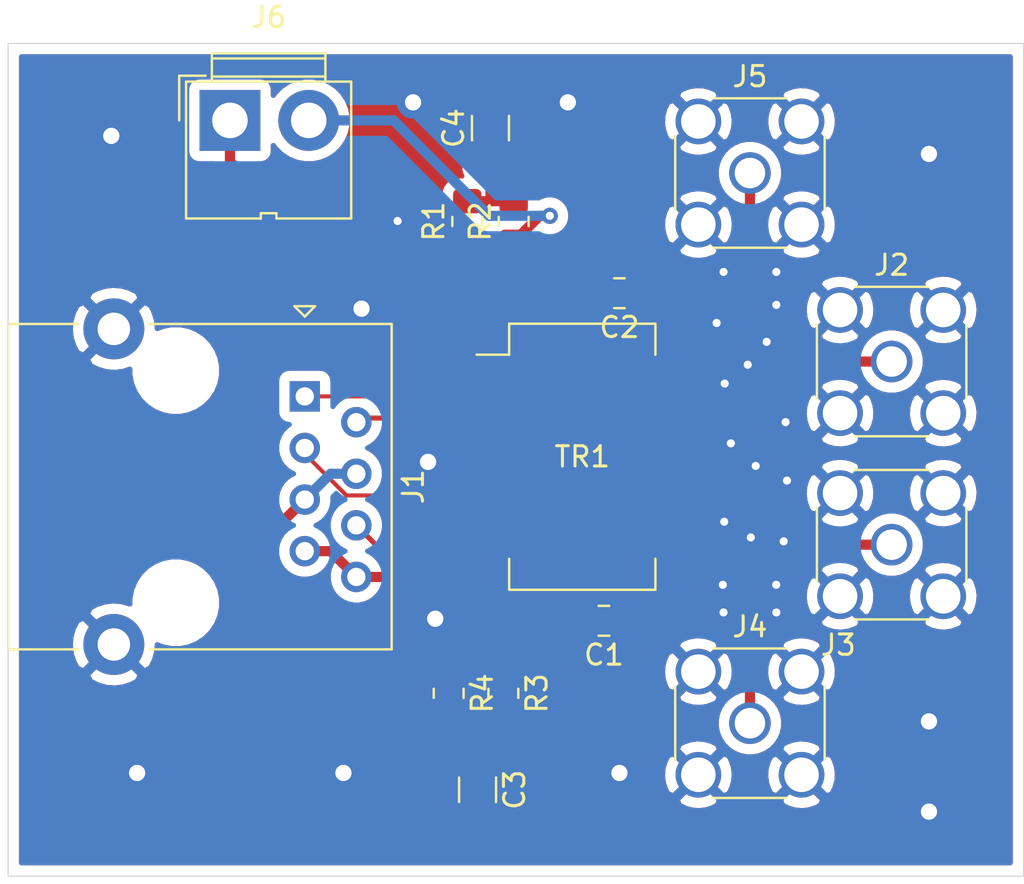
<source format=kicad_pcb>
(kicad_pcb (version 20171130) (host pcbnew "(5.1.12)-1")
  (layers (0 F.Cu signal) (31 B.Cu signal) (34 B.Paste user) (35 F.Paste user) (36 B.SilkS user) (37 F.SilkS user) (38 B.Mask user) (39 F.Mask user) (44 Edge.Cuts user))
  (net 0 "")
  (net 1 "Net-(C1-Pad1)")
  (net 2 GND)
  (net 3 "Net-(C3-Pad1)")
  (net 4 /RXin-)
  (net 5 /RXin+)
  (net 6 "Net-(J1-Pad7)")
  (net 7 "Net-(J1-Pad4)")
  (net 8 /TXin-)
  (net 9 /TXin+)
  (net 10 /TXout-)
  (net 11 /RXout+)
  (net 12 /RXout-)
  (net 13 /TXout+)
  (net 14 "Net-(C4-Pad1)")
  (net 15 "Net-(C2-Pad1)")
  (net 16 "Net-(J6-Pad1)")
  (net 17 "Net-(J6-Pad2)")
  (module Transformer_SMD:Transformer_Ethernet_Bourns_PT61017PEL (layer F.Cu) (at 123.5202 97.0788)
    (fp_text reference TR1 (at 0 0) (layer F.SilkS))
    (fp_text value H1197FNLT)
    (fp_line (start 3.6 6.55) (end 3.6 5.025) (layer F.SilkS) (width 0.12))
    (fp_line (start -3.6 6.55) (end 3.6 6.55) (layer F.SilkS) (width 0.12))
    (fp_line (start -3.6 5.025) (end -3.6 6.55) (layer F.SilkS) (width 0.12))
    (fp_line (start 3.6 -6.55) (end 3.6 -5.025) (layer F.SilkS) (width 0.12))
    (fp_line (start -3.6 -6.55) (end 3.6 -6.55) (layer F.SilkS) (width 0.12))
    (fp_line (start -3.6 -5.025) (end -3.6 -6.55) (layer F.SilkS) (width 0.12))
    (fp_line (start -5.2 -5.025) (end -3.6 -5.025) (layer F.SilkS) (width 0.12))
    (pad 1 smd rect (at -4.4 -4.445) (size 1.7 0.76) (layers F.Cu F.Paste F.Mask) (net 9 /TXin+))
    (pad 2 smd rect (at -4.4 -3.175) (size 1.7 0.76) (layers F.Cu F.Paste F.Mask) (net 16 "Net-(J6-Pad1)"))
    (pad 3 smd rect (at -4.4 -1.905) (size 1.7 0.76) (layers F.Cu F.Paste F.Mask) (net 8 /TXin-))
    (pad 4 smd rect (at -4.4 -0.635) (size 1.7 0.76) (layers F.Cu F.Paste F.Mask))
    (pad 7 smd rect (at -4.4 3.175) (size 1.7 0.76) (layers F.Cu F.Paste F.Mask) (net 17 "Net-(J6-Pad2)"))
    (pad 5 smd rect (at -4.4 0.635) (size 1.7 0.76) (layers F.Cu F.Paste F.Mask))
    (pad 6 smd rect (at -4.4 1.905) (size 1.7 0.76) (layers F.Cu F.Paste F.Mask) (net 5 /RXin+))
    (pad 8 smd rect (at -4.4 4.445) (size 1.7 0.76) (layers F.Cu F.Paste F.Mask) (net 4 /RXin-))
    (pad 14 smd rect (at 4.4 -1.905) (size 1.7 0.76) (layers F.Cu F.Paste F.Mask) (net 10 /TXout-))
    (pad 11 smd rect (at 4.4 1.905) (size 1.7 0.76) (layers F.Cu F.Paste F.Mask) (net 11 /RXout+))
    (pad 9 smd rect (at 4.4 4.445) (size 1.7 0.76) (layers F.Cu F.Paste F.Mask) (net 12 /RXout-))
    (pad 15 smd rect (at 4.4 -3.175) (size 1.7 0.76) (layers F.Cu F.Paste F.Mask) (net 15 "Net-(C2-Pad1)"))
    (pad 10 smd rect (at 4.4 3.175) (size 1.7 0.76) (layers F.Cu F.Paste F.Mask) (net 1 "Net-(C1-Pad1)"))
    (pad 13 smd rect (at 4.4 -0.635) (size 1.7 0.76) (layers F.Cu F.Paste F.Mask))
    (pad 16 smd rect (at 4.4 -4.445) (size 1.7 0.76) (layers F.Cu F.Paste F.Mask) (net 13 /TXout+))
    (pad 12 smd rect (at 4.4 0.635) (size 1.7 0.76) (layers F.Cu F.Paste F.Mask))
  )
  (module Resistor_SMD:R_0805_2012Metric_Pad1.20x1.40mm_HandSolder (layer F.Cu) (at 119.634 108.728 270)
    (fp_text reference R3 (at 0 -1.65 90) (layer F.SilkS))
    (fp_text value 75R)
    (fp_line (start -0.227064 -0.735) (end 0.227064 -0.735) (layer F.SilkS) (width 0.12))
    (fp_line (start -0.227064 0.735) (end 0.227064 0.735) (layer F.SilkS) (width 0.12))
    (pad 1 smd roundrect (at -1 0 270) (size 1.2 1.4) (layers F.Cu F.Paste F.Mask) (roundrect_rratio 0.2083325) (net 6 "Net-(J1-Pad7)"))
    (pad 2 smd roundrect (at 1 0 270) (size 1.2 1.4) (layers F.Cu F.Paste F.Mask) (roundrect_rratio 0.2083325) (net 3 "Net-(C3-Pad1)"))
  )
  (module Resistor_SMD:R_0805_2012Metric_Pad1.20x1.40mm_HandSolder (layer F.Cu) (at 116.9416 108.728 270)
    (fp_text reference R4 (at 0 -1.65 90) (layer F.SilkS))
    (fp_text value 75R)
    (fp_line (start -0.227064 0.735) (end 0.227064 0.735) (layer F.SilkS) (width 0.12))
    (fp_line (start -0.227064 -0.735) (end 0.227064 -0.735) (layer F.SilkS) (width 0.12))
    (pad 2 smd roundrect (at 1 0 270) (size 1.2 1.4) (layers F.Cu F.Paste F.Mask) (roundrect_rratio 0.2083325) (net 3 "Net-(C3-Pad1)"))
    (pad 1 smd roundrect (at -1 0 270) (size 1.2 1.4) (layers F.Cu F.Paste F.Mask) (roundrect_rratio 0.2083325) (net 7 "Net-(J1-Pad4)"))
  )
  (module Connector_Coaxial:SMA_Amphenol_132134_Vertical (layer F.Cu) (at 138.7522 92.3918)
    (fp_text reference J2 (at 0 -4.75) (layer F.SilkS))
    (fp_text value TX-)
    (fp_line (start -3.68 -1.8) (end -3.68 1.8) (layer F.SilkS) (width 0.12))
    (fp_line (start 3.68 -1.8) (end 3.68 1.8) (layer F.SilkS) (width 0.12))
    (fp_line (start -1.8 3.68) (end 1.8 3.68) (layer F.SilkS) (width 0.12))
    (fp_line (start -1.8 -3.68) (end 1.8 -3.68) (layer F.SilkS) (width 0.12))
    (pad 2 thru_hole circle (at -2.54 2.54) (size 2.25 2.25) (drill 1.7) (layers *.Cu *.Mask) (net 2 GND))
    (pad 2 thru_hole circle (at -2.54 -2.54) (size 2.25 2.25) (drill 1.7) (layers *.Cu *.Mask) (net 2 GND))
    (pad 2 thru_hole circle (at 2.54 -2.54) (size 2.25 2.25) (drill 1.7) (layers *.Cu *.Mask) (net 2 GND))
    (pad 2 thru_hole circle (at 2.54 2.54) (size 2.25 2.25) (drill 1.7) (layers *.Cu *.Mask) (net 2 GND))
    (pad 1 thru_hole circle (at 0 0) (size 2.05 2.05) (drill 1.5) (layers *.Cu *.Mask) (net 10 /TXout-))
  )
  (module Resistor_SMD:R_1206_3216Metric_Pad1.42x1.75mm_HandSolder (layer F.Cu) (at 118.364 113.4761 270)
    (fp_text reference C3 (at 0 -1.82 90) (layer F.SilkS))
    (fp_text value "1n / 2000V")
    (fp_line (start -0.602064 0.91) (end 0.602064 0.91) (layer F.SilkS) (width 0.12))
    (fp_line (start -0.602064 -0.91) (end 0.602064 -0.91) (layer F.SilkS) (width 0.12))
    (pad 1 smd roundrect (at -1.4875 0 270) (size 1.425 1.75) (layers F.Cu F.Paste F.Mask) (roundrect_rratio 0.1754385964912281) (net 3 "Net-(C3-Pad1)"))
    (pad 2 smd roundrect (at 1.4875 0 270) (size 1.425 1.75) (layers F.Cu F.Paste F.Mask) (roundrect_rratio 0.1754385964912281) (net 2 GND))
  )
  (module Connector_Coaxial:SMA_Amphenol_132134_Vertical (layer F.Cu) (at 138.7522 101.4088)
    (fp_text reference J3 (at -2.629201 4.941) (layer F.SilkS))
    (fp_text value RX+)
    (fp_line (start -1.8 -3.68) (end 1.8 -3.68) (layer F.SilkS) (width 0.12))
    (fp_line (start -1.8 3.68) (end 1.8 3.68) (layer F.SilkS) (width 0.12))
    (fp_line (start 3.68 -1.8) (end 3.68 1.8) (layer F.SilkS) (width 0.12))
    (fp_line (start -3.68 -1.8) (end -3.68 1.8) (layer F.SilkS) (width 0.12))
    (pad 1 thru_hole circle (at 0 0) (size 2.05 2.05) (drill 1.5) (layers *.Cu *.Mask) (net 11 /RXout+))
    (pad 2 thru_hole circle (at 2.54 2.54) (size 2.25 2.25) (drill 1.7) (layers *.Cu *.Mask) (net 2 GND))
    (pad 2 thru_hole circle (at 2.54 -2.54) (size 2.25 2.25) (drill 1.7) (layers *.Cu *.Mask) (net 2 GND))
    (pad 2 thru_hole circle (at -2.54 -2.54) (size 2.25 2.25) (drill 1.7) (layers *.Cu *.Mask) (net 2 GND))
    (pad 2 thru_hole circle (at -2.54 2.54) (size 2.25 2.25) (drill 1.7) (layers *.Cu *.Mask) (net 2 GND))
  )
  (module Connector_Coaxial:SMA_Amphenol_132134_Vertical (layer F.Cu) (at 131.7752 83.1088)
    (fp_text reference J5 (at 0 -4.75) (layer F.SilkS))
    (fp_text value TX+)
    (fp_line (start -1.8 -3.68) (end 1.8 -3.68) (layer F.SilkS) (width 0.12))
    (fp_line (start -1.8 3.68) (end 1.8 3.68) (layer F.SilkS) (width 0.12))
    (fp_line (start 3.68 -1.8) (end 3.68 1.8) (layer F.SilkS) (width 0.12))
    (fp_line (start -3.68 -1.8) (end -3.68 1.8) (layer F.SilkS) (width 0.12))
    (pad 1 thru_hole circle (at 0 0) (size 2.05 2.05) (drill 1.5) (layers *.Cu *.Mask) (net 13 /TXout+))
    (pad 2 thru_hole circle (at 2.54 2.54) (size 2.25 2.25) (drill 1.7) (layers *.Cu *.Mask) (net 2 GND))
    (pad 2 thru_hole circle (at 2.54 -2.54) (size 2.25 2.25) (drill 1.7) (layers *.Cu *.Mask) (net 2 GND))
    (pad 2 thru_hole circle (at -2.54 -2.54) (size 2.25 2.25) (drill 1.7) (layers *.Cu *.Mask) (net 2 GND))
    (pad 2 thru_hole circle (at -2.54 2.54) (size 2.25 2.25) (drill 1.7) (layers *.Cu *.Mask) (net 2 GND))
  )
  (module Connector_Coaxial:SMA_Amphenol_132134_Vertical (layer F.Cu) (at 131.7752 110.1988)
    (fp_text reference J4 (at 0 -4.75) (layer F.SilkS))
    (fp_text value RX-)
    (fp_line (start -3.68 -1.8) (end -3.68 1.8) (layer F.SilkS) (width 0.12))
    (fp_line (start 3.68 -1.8) (end 3.68 1.8) (layer F.SilkS) (width 0.12))
    (fp_line (start -1.8 3.68) (end 1.8 3.68) (layer F.SilkS) (width 0.12))
    (fp_line (start -1.8 -3.68) (end 1.8 -3.68) (layer F.SilkS) (width 0.12))
    (pad 2 thru_hole circle (at -2.54 2.54) (size 2.25 2.25) (drill 1.7) (layers *.Cu *.Mask) (net 2 GND))
    (pad 2 thru_hole circle (at -2.54 -2.54) (size 2.25 2.25) (drill 1.7) (layers *.Cu *.Mask) (net 2 GND))
    (pad 2 thru_hole circle (at 2.54 -2.54) (size 2.25 2.25) (drill 1.7) (layers *.Cu *.Mask) (net 2 GND))
    (pad 2 thru_hole circle (at 2.54 2.54) (size 2.25 2.25) (drill 1.7) (layers *.Cu *.Mask) (net 2 GND))
    (pad 1 thru_hole circle (at 0 0) (size 2.05 2.05) (drill 1.5) (layers *.Cu *.Mask) (net 12 /RXout-))
  )
  (module Capacitor_SMD:C_0805_2012Metric_Pad1.18x1.45mm_HandSolder (layer F.Cu) (at 124.587 105.156 180)
    (fp_text reference C1 (at 0 -1.68) (layer F.SilkS))
    (fp_text value 10n)
    (fp_line (start -0.261252 -0.735) (end 0.261252 -0.735) (layer F.SilkS) (width 0.12))
    (fp_line (start -0.261252 0.735) (end 0.261252 0.735) (layer F.SilkS) (width 0.12))
    (pad 1 smd roundrect (at -1.0375 0 180) (size 1.175 1.45) (layers F.Cu F.Paste F.Mask) (roundrect_rratio 0.2127659574468085) (net 1 "Net-(C1-Pad1)"))
    (pad 2 smd roundrect (at 1.0375 0 180) (size 1.175 1.45) (layers F.Cu F.Paste F.Mask) (roundrect_rratio 0.2127659574468085) (net 2 GND))
  )
  (module Capacitor_SMD:C_0805_2012Metric_Pad1.18x1.45mm_HandSolder (layer F.Cu) (at 125.349 89.027 180)
    (fp_text reference C2 (at 0 -1.68) (layer F.SilkS))
    (fp_text value 10n)
    (fp_line (start -0.261252 0.735) (end 0.261252 0.735) (layer F.SilkS) (width 0.12))
    (fp_line (start -0.261252 -0.735) (end 0.261252 -0.735) (layer F.SilkS) (width 0.12))
    (pad 2 smd roundrect (at 1.0375 0 180) (size 1.175 1.45) (layers F.Cu F.Paste F.Mask) (roundrect_rratio 0.2127659574468085) (net 2 GND))
    (pad 1 smd roundrect (at -1.0375 0 180) (size 1.175 1.45) (layers F.Cu F.Paste F.Mask) (roundrect_rratio 0.2127659574468085) (net 15 "Net-(C2-Pad1)"))
  )
  (module Resistor_SMD:R_1206_3216Metric_Pad1.42x1.75mm_HandSolder (layer F.Cu) (at 118.999 80.899 90)
    (fp_text reference C4 (at 0 -1.82 90) (layer F.SilkS))
    (fp_text value "1n / 2000V")
    (fp_line (start -0.602064 0.91) (end 0.602064 0.91) (layer F.SilkS) (width 0.12))
    (fp_line (start -0.602064 -0.91) (end 0.602064 -0.91) (layer F.SilkS) (width 0.12))
    (pad 1 smd roundrect (at -1.4875 0 90) (size 1.425 1.75) (layers F.Cu F.Paste F.Mask) (roundrect_rratio 0.1754385964912281) (net 14 "Net-(C4-Pad1)"))
    (pad 2 smd roundrect (at 1.4875 0 90) (size 1.425 1.75) (layers F.Cu F.Paste F.Mask) (roundrect_rratio 0.1754385964912281) (net 2 GND))
  )
  (module Connector_RJ:RJ45_Ninigi_GE (layer F.Cu) (at 109.855 94.107 270)
    (fp_text reference J1 (at 4.445 -5.34 90) (layer F.SilkS))
    (fp_text value RJ45_Shielded)
    (fp_line (start -3.565 11.15) (end -3.565 14.59) (layer F.SilkS) (width 0.12))
    (fp_line (start -4.441 0.508) (end -3.933 0) (layer F.SilkS) (width 0.12))
    (fp_line (start -4.441 -0.508) (end -4.441 0.508) (layer F.SilkS) (width 0.12))
    (fp_line (start -3.933 0) (end -4.441 -0.508) (layer F.SilkS) (width 0.12))
    (fp_line (start 12.455 11.15) (end 12.455 14.59) (layer F.SilkS) (width 0.12))
    (fp_line (start 12.455 14.59) (end -3.565 14.59) (layer F.SilkS) (width 0.12))
    (fp_line (start -3.565 -4.28) (end -3.565 7.65) (layer F.SilkS) (width 0.12))
    (fp_line (start 12.455 -4.28) (end -3.565 -4.28) (layer F.SilkS) (width 0.12))
    (fp_line (start 12.455 -4.28) (end 12.455 7.65) (layer F.SilkS) (width 0.12))
    (pad "" np_thru_hole circle (at 10.16 6.35 90) (size 3.25 3.25) (drill 3.25) (layers *.Cu *.Mask))
    (pad SH thru_hole circle (at 12.215 9.4 90) (size 3 3) (drill 1.6) (layers *.Cu *.Mask) (net 2 GND))
    (pad "" np_thru_hole circle (at -1.27 6.35 270) (size 3.25 3.25) (drill 3.25) (layers *.Cu *.Mask))
    (pad 3 thru_hole circle (at 2.54 0 90) (size 1.5 1.5) (drill 0.9) (layers *.Cu *.Mask) (net 5 /RXin+))
    (pad 5 thru_hole circle (at 5.08 0 90) (size 1.5 1.5) (drill 0.9) (layers *.Cu *.Mask) (net 7 "Net-(J1-Pad4)"))
    (pad 4 thru_hole circle (at 3.81 -2.54 90) (size 1.5 1.5) (drill 0.9) (layers *.Cu *.Mask) (net 7 "Net-(J1-Pad4)"))
    (pad 7 thru_hole circle (at 7.62 0 90) (size 1.5 1.5) (drill 0.9) (layers *.Cu *.Mask) (net 6 "Net-(J1-Pad7)"))
    (pad 1 thru_hole rect (at 0 0 90) (size 1.5 1.5) (drill 0.9) (layers *.Cu *.Mask) (net 9 /TXin+))
    (pad 2 thru_hole circle (at 1.27 -2.54 90) (size 1.5 1.5) (drill 0.9) (layers *.Cu *.Mask) (net 8 /TXin-))
    (pad SH thru_hole circle (at -3.325 9.4 270) (size 3 3) (drill 1.6) (layers *.Cu *.Mask) (net 2 GND))
    (pad 8 thru_hole circle (at 8.89 -2.54 90) (size 1.5 1.5) (drill 0.9) (layers *.Cu *.Mask) (net 6 "Net-(J1-Pad7)"))
    (pad 6 thru_hole circle (at 6.35 -2.54 90) (size 1.5 1.5) (drill 0.9) (layers *.Cu *.Mask) (net 4 /RXin-))
  )
  (module Connector:JWT_A3963_1x02_P3.96mm_Vertical (layer F.Cu) (at 106.172 80.518)
    (fp_text reference J6 (at 1.91 -5.08) (layer F.SilkS))
    (fp_text value Conn_01x02_Female)
    (fp_line (start 5.97 4.83) (end 5.97 0) (layer F.SilkS) (width 0.12))
    (fp_line (start -2.16 0) (end -2.16 4.83) (layer F.SilkS) (width 0.12))
    (fp_line (start -2.16 -1.91) (end 5.97 -1.91) (layer F.SilkS) (width 0.12))
    (fp_line (start -0.89 -1.91) (end -0.89 -3.3) (layer F.SilkS) (width 0.12))
    (fp_line (start 4.7 -1.91) (end 4.7 -3.3) (layer F.SilkS) (width 0.12))
    (fp_line (start -0.89 -3.3) (end 4.7 -3.3) (layer F.SilkS) (width 0.12))
    (fp_line (start -2.16 -1.91) (end -2.16 0) (layer F.SilkS) (width 0.12))
    (fp_line (start 5.97 -1.91) (end 5.97 0) (layer F.SilkS) (width 0.12))
    (fp_line (start -0.89 -3.05) (end 4.7 -3.05) (layer F.SilkS) (width 0.12))
    (fp_line (start -0.89 -2.16) (end 4.7 -2.16) (layer F.SilkS) (width 0.12))
    (fp_line (start 2.29 4.57) (end 2.29 4.83) (layer F.SilkS) (width 0.12))
    (fp_line (start 1.52 4.57) (end 2.29 4.57) (layer F.SilkS) (width 0.12))
    (fp_line (start 1.52 4.83) (end 1.52 4.57) (layer F.SilkS) (width 0.12))
    (fp_line (start 1.52 4.83) (end -2.16 4.83) (layer F.SilkS) (width 0.12))
    (fp_line (start 2.29 4.83) (end 5.97 4.83) (layer F.SilkS) (width 0.12))
    (fp_line (start -1.2 -2.2) (end -2.5 -2.2) (layer F.SilkS) (width 0.12))
    (fp_line (start -2.5 -2.2) (end -2.5 0) (layer F.SilkS) (width 0.12))
    (pad 1 thru_hole rect (at 0 0) (size 3 3) (drill 1.75) (layers *.Cu *.Mask) (net 16 "Net-(J6-Pad1)"))
    (pad 2 thru_hole circle (at 3.88 0) (size 3 3) (drill 1.75) (layers *.Cu *.Mask) (net 17 "Net-(J6-Pad2)"))
  )
  (module Resistor_SMD:R_0805_2012Metric_Pad1.20x1.40mm_HandSolder (layer F.Cu) (at 117.856 85.495999 90)
    (fp_text reference R1 (at 0 -1.65 90) (layer F.SilkS))
    (fp_text value 75R)
    (fp_line (start -0.227064 -0.735) (end 0.227064 -0.735) (layer F.SilkS) (width 0.12))
    (fp_line (start -0.227064 0.735) (end 0.227064 0.735) (layer F.SilkS) (width 0.12))
    (pad 1 smd roundrect (at -1 0 90) (size 1.2 1.4) (layers F.Cu F.Paste F.Mask) (roundrect_rratio 0.2083325) (net 16 "Net-(J6-Pad1)"))
    (pad 2 smd roundrect (at 1 0 90) (size 1.2 1.4) (layers F.Cu F.Paste F.Mask) (roundrect_rratio 0.2083325) (net 14 "Net-(C4-Pad1)"))
  )
  (module Resistor_SMD:R_0805_2012Metric_Pad1.20x1.40mm_HandSolder (layer F.Cu) (at 120.142 85.495999 90)
    (fp_text reference R2 (at 0 -1.65 90) (layer F.SilkS))
    (fp_text value 75R)
    (fp_line (start -0.227064 0.735) (end 0.227064 0.735) (layer F.SilkS) (width 0.12))
    (fp_line (start -0.227064 -0.735) (end 0.227064 -0.735) (layer F.SilkS) (width 0.12))
    (pad 2 smd roundrect (at 1 0 90) (size 1.2 1.4) (layers F.Cu F.Paste F.Mask) (roundrect_rratio 0.2083325) (net 14 "Net-(C4-Pad1)"))
    (pad 1 smd roundrect (at -1 0 90) (size 1.2 1.4) (layers F.Cu F.Paste F.Mask) (roundrect_rratio 0.2083325) (net 17 "Net-(J6-Pad2)"))
  )
  (gr_line (start 95.25 117.729) (end 95.25 76.729) (layer Edge.Cuts) (width 0.05))
  (gr_line (start 145.25 117.729) (end 95.25 117.729) (layer Edge.Cuts) (width 0.05))
  (gr_line (start 145.25 76.729) (end 145.25 117.729) (layer Edge.Cuts) (width 0.05))
  (gr_line (start 95.25 76.729) (end 145.25 76.729) (layer Edge.Cuts) (width 0.05))
  (segment (start 125.6245 101.1995) (end 125.6245 105.156) (width 0.5) (layer F.Cu) (net 1))
  (segment (start 126.5702 100.2538) (end 125.6245 101.1995) (width 0.5) (layer F.Cu) (net 1))
  (segment (start 127.9202 100.2538) (end 126.5702 100.2538) (width 0.5) (layer F.Cu) (net 1))
  (via (at 114.427 85.471) (size 0.8) (drill 0.4) (layers F.Cu B.Cu) (net 2))
  (via (at 122.809 79.629) (size 1.6) (drill 0.8) (layers F.Cu B.Cu) (net 2))
  (via (at 140.589 82.169) (size 1.6) (drill 0.8) (layers F.Cu B.Cu) (net 2))
  (via (at 133.0752 87.97855) (size 0.8) (drill 0.4) (layers F.Cu B.Cu) (net 2))
  (via (at 133.0752 89.6018) (size 0.8) (drill 0.4) (layers F.Cu B.Cu) (net 2))
  (via (at 112.649 89.789) (size 1.6) (drill 0.8) (layers F.Cu B.Cu) (net 2))
  (via (at 133.069395 103.383375) (size 0.8) (drill 0.4) (layers F.Cu B.Cu) (net 2))
  (via (at 133.0752 104.746366) (size 0.8) (drill 0.4) (layers F.Cu B.Cu) (net 2))
  (via (at 131.818475 101.0527) (size 0.8) (drill 0.4) (layers F.Cu B.Cu) (net 2))
  (via (at 130.439907 103.384146) (size 0.8) (drill 0.4) (layers F.Cu B.Cu) (net 2))
  (via (at 140.589 110.109) (size 1.6) (drill 0.8) (layers F.Cu B.Cu) (net 2))
  (via (at 131.666334 92.549142) (size 0.8) (drill 0.4) (layers F.Cu B.Cu) (net 2))
  (via (at 133.436126 101.242914) (size 0.8) (drill 0.4) (layers F.Cu B.Cu) (net 2))
  (via (at 130.4752 87.97855) (size 0.8) (drill 0.4) (layers F.Cu B.Cu) (net 2))
  (via (at 130.4752 104.743587) (size 0.8) (drill 0.4) (layers F.Cu B.Cu) (net 2))
  (via (at 130.532115 93.474124) (size 0.8) (drill 0.4) (layers F.Cu B.Cu) (net 2))
  (via (at 130.835749 96.419293) (size 0.8) (drill 0.4) (layers F.Cu B.Cu) (net 2))
  (via (at 133.530105 95.373745) (size 0.8) (drill 0.4) (layers F.Cu B.Cu) (net 2))
  (via (at 125.349 112.649) (size 1.6) (drill 0.8) (layers F.Cu B.Cu) (net 2))
  (via (at 130.135145 90.491786) (size 0.8) (drill 0.4) (layers F.Cu B.Cu) (net 2))
  (via (at 132.059 97.529) (size 0.8) (drill 0.4) (layers F.Cu B.Cu) (net 2))
  (via (at 115.189 79.629) (size 1.6) (drill 0.8) (layers F.Cu B.Cu) (net 2))
  (via (at 133.599233 98.253677) (size 0.8) (drill 0.4) (layers F.Cu B.Cu) (net 2))
  (via (at 140.589 114.554) (size 1.6) (drill 0.8) (layers F.Cu B.Cu) (net 2))
  (via (at 132.59865 91.420504) (size 0.8) (drill 0.4) (layers F.Cu B.Cu) (net 2))
  (via (at 130.509 100.279) (size 0.8) (drill 0.4) (layers F.Cu B.Cu) (net 2))
  (via (at 111.76 112.649) (size 1.6) (drill 0.8) (layers F.Cu B.Cu) (net 2))
  (via (at 101.6 112.649) (size 1.6) (drill 0.8) (layers F.Cu B.Cu) (net 2))
  (via (at 100.33 81.28) (size 1.6) (drill 0.8) (layers F.Cu B.Cu) (net 2))
  (via (at 115.9256 97.3328) (size 1.6) (drill 0.8) (layers F.Cu B.Cu) (net 2))
  (via (at 116.2812 105.0544) (size 1.6) (drill 0.8) (layers F.Cu B.Cu) (net 2))
  (segment (start 118.364 109.855) (end 118.491 109.728) (width 0.5) (layer F.Cu) (net 3))
  (segment (start 118.364 111.9886) (end 118.364 109.855) (width 0.5) (layer F.Cu) (net 3))
  (segment (start 118.491 109.728) (end 119.634 109.728) (width 0.5) (layer F.Cu) (net 3))
  (segment (start 116.9416 109.728) (end 118.491 109.728) (width 0.5) (layer F.Cu) (net 3))
  (segment (start 113.4618 101.5238) (end 112.395 100.457) (width 0.25) (layer F.Cu) (net 4))
  (segment (start 114.8298 101.5238) (end 113.4618 101.5238) (width 0.25) (layer F.Cu) (net 4))
  (segment (start 114.890993 101.530695) (end 114.8298 101.5238) (width 0.25) (layer F.Cu) (net 4))
  (segment (start 114.949118 101.551034) (end 114.890993 101.530695) (width 0.25) (layer F.Cu) (net 4))
  (segment (start 115.001259 101.583797) (end 114.949118 101.551034) (width 0.25) (layer F.Cu) (net 4))
  (segment (start 115.044803 101.627341) (end 115.001259 101.583797) (width 0.25) (layer F.Cu) (net 4))
  (segment (start 115.077566 101.679482) (end 115.044803 101.627341) (width 0.25) (layer F.Cu) (net 4))
  (segment (start 115.097905 101.737607) (end 115.077566 101.679482) (width 0.25) (layer F.Cu) (net 4))
  (segment (start 115.111694 101.859994) (end 115.097905 101.737607) (width 0.25) (layer F.Cu) (net 4))
  (segment (start 115.132033 101.918119) (end 115.111694 101.859994) (width 0.25) (layer F.Cu) (net 4))
  (segment (start 115.164796 101.97026) (end 115.132033 101.918119) (width 0.25) (layer F.Cu) (net 4))
  (segment (start 115.20834 102.013804) (end 115.164796 101.97026) (width 0.25) (layer F.Cu) (net 4))
  (segment (start 115.260481 102.046567) (end 115.20834 102.013804) (width 0.25) (layer F.Cu) (net 4))
  (segment (start 115.318606 102.066906) (end 115.260481 102.046567) (width 0.25) (layer F.Cu) (net 4))
  (segment (start 115.3798 102.0738) (end 115.318606 102.066906) (width 0.25) (layer F.Cu) (net 4))
  (segment (start 115.4298 102.0738) (end 115.3798 102.0738) (width 0.25) (layer F.Cu) (net 4))
  (segment (start 115.490993 102.066906) (end 115.4298 102.0738) (width 0.25) (layer F.Cu) (net 4))
  (segment (start 115.549118 102.046567) (end 115.490993 102.066906) (width 0.25) (layer F.Cu) (net 4))
  (segment (start 115.601259 102.013804) (end 115.549118 102.046567) (width 0.25) (layer F.Cu) (net 4))
  (segment (start 116.801259 102.013804) (end 116.749118 102.046567) (width 0.25) (layer F.Cu) (net 4))
  (segment (start 116.844803 101.97026) (end 116.801259 102.013804) (width 0.25) (layer F.Cu) (net 4))
  (segment (start 116.877566 101.918119) (end 116.844803 101.97026) (width 0.25) (layer F.Cu) (net 4))
  (segment (start 116.9048 101.7988) (end 116.897905 101.859994) (width 0.25) (layer F.Cu) (net 4))
  (segment (start 116.9048 101.2488) (end 116.9048 101.7988) (width 0.25) (layer F.Cu) (net 4))
  (segment (start 116.932033 101.129481) (end 116.911694 101.187606) (width 0.25) (layer F.Cu) (net 4))
  (segment (start 116.964796 101.07734) (end 116.932033 101.129481) (width 0.25) (layer F.Cu) (net 4))
  (segment (start 117.60834 101.463803) (end 117.564796 101.420259) (width 0.25) (layer F.Cu) (net 4))
  (segment (start 116.749118 102.046567) (end 116.690993 102.066906) (width 0.25) (layer F.Cu) (net 4))
  (segment (start 117.00834 101.033796) (end 116.964796 101.07734) (width 0.25) (layer F.Cu) (net 4))
  (segment (start 117.060481 101.001033) (end 117.00834 101.033796) (width 0.25) (layer F.Cu) (net 4))
  (segment (start 117.1798 100.9738) (end 117.118606 100.980694) (width 0.25) (layer F.Cu) (net 4))
  (segment (start 117.2298 100.9738) (end 117.1798 100.9738) (width 0.25) (layer F.Cu) (net 4))
  (segment (start 117.290993 100.980694) (end 117.2298 100.9738) (width 0.25) (layer F.Cu) (net 4))
  (segment (start 116.911694 101.187606) (end 116.9048 101.2488) (width 0.25) (layer F.Cu) (net 4))
  (segment (start 119.1202 101.5238) (end 117.7798 101.5238) (width 0.25) (layer F.Cu) (net 4))
  (segment (start 117.7798 101.5238) (end 117.718606 101.516905) (width 0.25) (layer F.Cu) (net 4))
  (segment (start 117.532033 101.368118) (end 117.511694 101.309993) (width 0.25) (layer F.Cu) (net 4))
  (segment (start 117.511694 101.309993) (end 117.497905 101.187606) (width 0.25) (layer F.Cu) (net 4))
  (segment (start 115.677566 101.918119) (end 115.644803 101.97026) (width 0.25) (layer F.Cu) (net 4))
  (segment (start 117.564796 101.420259) (end 117.532033 101.368118) (width 0.25) (layer F.Cu) (net 4))
  (segment (start 117.718606 101.516905) (end 117.660481 101.496566) (width 0.25) (layer F.Cu) (net 4))
  (segment (start 117.118606 100.980694) (end 117.060481 101.001033) (width 0.25) (layer F.Cu) (net 4))
  (segment (start 117.660481 101.496566) (end 117.60834 101.463803) (width 0.25) (layer F.Cu) (net 4))
  (segment (start 116.897905 101.859994) (end 116.877566 101.918119) (width 0.25) (layer F.Cu) (net 4))
  (segment (start 117.444803 101.07734) (end 117.401259 101.033796) (width 0.25) (layer F.Cu) (net 4))
  (segment (start 117.477566 101.129481) (end 117.444803 101.07734) (width 0.25) (layer F.Cu) (net 4))
  (segment (start 117.497905 101.187606) (end 117.477566 101.129481) (width 0.25) (layer F.Cu) (net 4))
  (segment (start 117.349118 101.001033) (end 117.290993 100.980694) (width 0.25) (layer F.Cu) (net 4))
  (segment (start 115.644803 101.97026) (end 115.601259 102.013804) (width 0.25) (layer F.Cu) (net 4))
  (segment (start 117.401259 101.033796) (end 117.349118 101.001033) (width 0.25) (layer F.Cu) (net 4))
  (segment (start 116.690993 102.066906) (end 116.6298 102.0738) (width 0.25) (layer F.Cu) (net 4))
  (segment (start 116.6298 102.0738) (end 116.5798 102.0738) (width 0.25) (layer F.Cu) (net 4))
  (segment (start 116.5798 102.0738) (end 116.518606 102.066906) (width 0.25) (layer F.Cu) (net 4))
  (segment (start 116.518606 102.066906) (end 116.460481 102.046567) (width 0.25) (layer F.Cu) (net 4))
  (segment (start 116.460481 102.046567) (end 116.40834 102.013804) (width 0.25) (layer F.Cu) (net 4))
  (segment (start 116.3048 101.7988) (end 116.3048 101.2488) (width 0.25) (layer F.Cu) (net 4))
  (segment (start 116.40834 102.013804) (end 116.364796 101.97026) (width 0.25) (layer F.Cu) (net 4))
  (segment (start 116.364796 101.97026) (end 116.332033 101.918119) (width 0.25) (layer F.Cu) (net 4))
  (segment (start 116.332033 101.918119) (end 116.311694 101.859994) (width 0.25) (layer F.Cu) (net 4))
  (segment (start 116.311694 101.859994) (end 116.3048 101.7988) (width 0.25) (layer F.Cu) (net 4))
  (segment (start 116.3048 101.2488) (end 116.297905 101.187606) (width 0.25) (layer F.Cu) (net 4))
  (segment (start 116.297905 101.187606) (end 116.277566 101.129481) (width 0.25) (layer F.Cu) (net 4))
  (segment (start 116.277566 101.129481) (end 116.244803 101.07734) (width 0.25) (layer F.Cu) (net 4))
  (segment (start 116.244803 101.07734) (end 116.201259 101.033796) (width 0.25) (layer F.Cu) (net 4))
  (segment (start 116.201259 101.033796) (end 116.149118 101.001033) (width 0.25) (layer F.Cu) (net 4))
  (segment (start 116.149118 101.001033) (end 116.090993 100.980694) (width 0.25) (layer F.Cu) (net 4))
  (segment (start 116.090993 100.980694) (end 116.0298 100.9738) (width 0.25) (layer F.Cu) (net 4))
  (segment (start 116.0298 100.9738) (end 115.9798 100.9738) (width 0.25) (layer F.Cu) (net 4))
  (segment (start 115.9798 100.9738) (end 115.918606 100.980694) (width 0.25) (layer F.Cu) (net 4))
  (segment (start 115.918606 100.980694) (end 115.860481 101.001033) (width 0.25) (layer F.Cu) (net 4))
  (segment (start 115.860481 101.001033) (end 115.80834 101.033796) (width 0.25) (layer F.Cu) (net 4))
  (segment (start 115.80834 101.033796) (end 115.764796 101.07734) (width 0.25) (layer F.Cu) (net 4))
  (segment (start 115.764796 101.07734) (end 115.732033 101.129481) (width 0.25) (layer F.Cu) (net 4))
  (segment (start 115.732033 101.129481) (end 115.711694 101.187606) (width 0.25) (layer F.Cu) (net 4))
  (segment (start 115.711694 101.187606) (end 115.7048 101.2488) (width 0.25) (layer F.Cu) (net 4))
  (segment (start 115.7048 101.2488) (end 115.7048 101.7988) (width 0.25) (layer F.Cu) (net 4))
  (segment (start 115.7048 101.7988) (end 115.697905 101.859994) (width 0.25) (layer F.Cu) (net 4))
  (segment (start 115.697905 101.859994) (end 115.677566 101.918119) (width 0.25) (layer F.Cu) (net 4))
  (segment (start 111.907798 98.9838) (end 119.1202 98.9838) (width 0.2) (layer F.Cu) (net 5))
  (segment (start 109.855 96.931002) (end 111.907798 98.9838) (width 0.2) (layer F.Cu) (net 5))
  (segment (start 109.855 96.647) (end 109.855 96.931002) (width 0.2) (layer F.Cu) (net 5))
  (segment (start 111.125 101.727) (end 112.395 102.997) (width 0.5) (layer F.Cu) (net 6))
  (segment (start 109.855 101.727) (end 111.125 101.727) (width 0.5) (layer F.Cu) (net 6))
  (segment (start 112.395 102.997) (end 116.586 102.997) (width 0.5) (layer F.Cu) (net 6))
  (segment (start 119.634 106.045) (end 119.634 107.728) (width 0.5) (layer F.Cu) (net 6))
  (segment (start 116.586 102.997) (end 119.634 106.045) (width 0.5) (layer F.Cu) (net 6))
  (segment (start 111.125 97.917) (end 109.855 99.187) (width 0.5) (layer B.Cu) (net 7))
  (segment (start 112.395 97.917) (end 111.125 97.917) (width 0.5) (layer B.Cu) (net 7))
  (segment (start 111.665 107.728) (end 116.9416 107.728) (width 0.5) (layer F.Cu) (net 7))
  (segment (start 108.077 104.14) (end 111.665 107.728) (width 0.5) (layer F.Cu) (net 7))
  (segment (start 108.077 100.965) (end 108.077 104.14) (width 0.5) (layer F.Cu) (net 7))
  (segment (start 109.855 99.187) (end 108.077 100.965) (width 0.5) (layer F.Cu) (net 7))
  (segment (start 112.5982 95.1738) (end 112.395 95.377) (width 0.25) (layer F.Cu) (net 8))
  (segment (start 114.330861 95.1738) (end 112.5982 95.1738) (width 0.25) (layer F.Cu) (net 8))
  (segment (start 114.53878 95.273929) (end 114.496671 95.23182) (width 0.25) (layer F.Cu) (net 8))
  (segment (start 114.570463 95.324353) (end 114.53878 95.273929) (width 0.25) (layer F.Cu) (net 8))
  (segment (start 114.623136 95.555126) (end 114.603467 95.498916) (width 0.25) (layer F.Cu) (net 8))
  (segment (start 114.696928 95.647659) (end 114.654819 95.60555) (width 0.25) (layer F.Cu) (net 8))
  (segment (start 114.747352 95.679342) (end 114.696928 95.647659) (width 0.25) (layer F.Cu) (net 8))
  (segment (start 114.803562 95.699011) (end 114.747352 95.679342) (width 0.25) (layer F.Cu) (net 8))
  (segment (start 114.930861 95.705678) (end 114.862739 95.705678) (width 0.25) (layer F.Cu) (net 8))
  (segment (start 114.990037 95.699011) (end 114.930861 95.705678) (width 0.25) (layer F.Cu) (net 8))
  (segment (start 115.046247 95.679342) (end 114.990037 95.699011) (width 0.25) (layer F.Cu) (net 8))
  (segment (start 115.096671 95.647659) (end 115.046247 95.679342) (width 0.25) (layer F.Cu) (net 8))
  (segment (start 115.170463 95.555126) (end 115.13878 95.60555) (width 0.25) (layer F.Cu) (net 8))
  (segment (start 116.370463 95.555126) (end 116.33878 95.60555) (width 0.25) (layer F.Cu) (net 8))
  (segment (start 116.390132 95.498916) (end 116.370463 95.555126) (width 0.25) (layer F.Cu) (net 8))
  (segment (start 116.3968 95.439739) (end 116.390132 95.498916) (width 0.25) (layer F.Cu) (net 8))
  (segment (start 115.13878 95.60555) (end 115.096671 95.647659) (width 0.25) (layer F.Cu) (net 8))
  (segment (start 115.7968 94.907861) (end 115.790132 94.848684) (width 0.25) (layer F.Cu) (net 8))
  (segment (start 116.3968 95.1738) (end 116.3968 95.439739) (width 0.25) (layer F.Cu) (net 8))
  (segment (start 116.405861 94.907861) (end 116.405861 95.1738) (width 0.25) (layer F.Cu) (net 8))
  (segment (start 115.462739 94.641922) (end 115.403562 94.648589) (width 0.25) (layer F.Cu) (net 8))
  (segment (start 116.412528 94.848684) (end 116.405861 94.907861) (width 0.25) (layer F.Cu) (net 8))
  (segment (start 114.603467 95.498916) (end 114.590132 95.380563) (width 0.25) (layer F.Cu) (net 8))
  (segment (start 115.803467 95.498916) (end 115.7968 95.439739) (width 0.25) (layer F.Cu) (net 8))
  (segment (start 116.432197 94.792474) (end 116.412528 94.848684) (width 0.25) (layer F.Cu) (net 8))
  (segment (start 116.33878 95.60555) (end 116.296671 95.647659) (width 0.25) (layer F.Cu) (net 8))
  (segment (start 116.46388 94.74205) (end 116.432197 94.792474) (width 0.25) (layer F.Cu) (net 8))
  (segment (start 115.696671 94.699941) (end 115.646247 94.668258) (width 0.25) (layer F.Cu) (net 8))
  (segment (start 116.505989 94.699941) (end 116.46388 94.74205) (width 0.25) (layer F.Cu) (net 8))
  (segment (start 116.612623 94.648589) (end 116.556413 94.668258) (width 0.25) (layer F.Cu) (net 8))
  (segment (start 116.739922 94.641922) (end 116.6718 94.641922) (width 0.25) (layer F.Cu) (net 8))
  (segment (start 119.1202 95.1738) (end 117.2718 95.1738) (width 0.25) (layer F.Cu) (net 8))
  (segment (start 117.212623 95.167132) (end 117.156413 95.147463) (width 0.25) (layer F.Cu) (net 8))
  (segment (start 116.405861 95.1738) (end 116.3968 95.1738) (width 0.25) (layer F.Cu) (net 8))
  (segment (start 117.105989 95.11578) (end 117.06388 95.073671) (width 0.25) (layer F.Cu) (net 8))
  (segment (start 114.390037 95.180468) (end 114.330861 95.1738) (width 0.25) (layer F.Cu) (net 8))
  (segment (start 117.156413 95.147463) (end 117.105989 95.11578) (width 0.25) (layer F.Cu) (net 8))
  (segment (start 117.2718 95.1738) (end 117.212623 95.167132) (width 0.25) (layer F.Cu) (net 8))
  (segment (start 115.73878 94.74205) (end 115.696671 94.699941) (width 0.25) (layer F.Cu) (net 8))
  (segment (start 116.999193 94.848684) (end 116.979524 94.792474) (width 0.25) (layer F.Cu) (net 8))
  (segment (start 116.947841 94.74205) (end 116.905732 94.699941) (width 0.25) (layer F.Cu) (net 8))
  (segment (start 114.862739 95.705678) (end 114.803562 95.699011) (width 0.25) (layer F.Cu) (net 8))
  (segment (start 115.823136 95.555126) (end 115.803467 95.498916) (width 0.25) (layer F.Cu) (net 8))
  (segment (start 115.403562 94.648589) (end 115.347352 94.668258) (width 0.25) (layer F.Cu) (net 8))
  (segment (start 116.799098 94.648589) (end 116.739922 94.641922) (width 0.25) (layer F.Cu) (net 8))
  (segment (start 115.296928 94.699941) (end 115.254819 94.74205) (width 0.25) (layer F.Cu) (net 8))
  (segment (start 115.203467 94.848684) (end 115.1968 94.907861) (width 0.25) (layer F.Cu) (net 8))
  (segment (start 114.446247 95.200137) (end 114.390037 95.180468) (width 0.25) (layer F.Cu) (net 8))
  (segment (start 117.032197 95.023247) (end 117.012528 94.967037) (width 0.25) (layer F.Cu) (net 8))
  (segment (start 117.012528 94.967037) (end 116.999193 94.848684) (width 0.25) (layer F.Cu) (net 8))
  (segment (start 116.979524 94.792474) (end 116.947841 94.74205) (width 0.25) (layer F.Cu) (net 8))
  (segment (start 115.590037 94.648589) (end 115.530861 94.641922) (width 0.25) (layer F.Cu) (net 8))
  (segment (start 115.1968 94.907861) (end 115.1968 95.439739) (width 0.25) (layer F.Cu) (net 8))
  (segment (start 117.06388 95.073671) (end 117.032197 95.023247) (width 0.25) (layer F.Cu) (net 8))
  (segment (start 115.530861 94.641922) (end 115.462739 94.641922) (width 0.25) (layer F.Cu) (net 8))
  (segment (start 115.223136 94.792474) (end 115.203467 94.848684) (width 0.25) (layer F.Cu) (net 8))
  (segment (start 114.654819 95.60555) (end 114.623136 95.555126) (width 0.25) (layer F.Cu) (net 8))
  (segment (start 116.905732 94.699941) (end 116.855308 94.668258) (width 0.25) (layer F.Cu) (net 8))
  (segment (start 115.347352 94.668258) (end 115.296928 94.699941) (width 0.25) (layer F.Cu) (net 8))
  (segment (start 116.296671 95.647659) (end 116.246247 95.679342) (width 0.25) (layer F.Cu) (net 8))
  (segment (start 116.246247 95.679342) (end 116.190037 95.699011) (width 0.25) (layer F.Cu) (net 8))
  (segment (start 116.190037 95.699011) (end 116.130861 95.705678) (width 0.25) (layer F.Cu) (net 8))
  (segment (start 116.855308 94.668258) (end 116.799098 94.648589) (width 0.25) (layer F.Cu) (net 8))
  (segment (start 115.896928 95.647659) (end 115.854819 95.60555) (width 0.25) (layer F.Cu) (net 8))
  (segment (start 115.770463 94.792474) (end 115.73878 94.74205) (width 0.25) (layer F.Cu) (net 8))
  (segment (start 116.130861 95.705678) (end 116.062739 95.705678) (width 0.25) (layer F.Cu) (net 8))
  (segment (start 115.1968 95.439739) (end 115.190132 95.498916) (width 0.25) (layer F.Cu) (net 8))
  (segment (start 116.062739 95.705678) (end 116.003562 95.699011) (width 0.25) (layer F.Cu) (net 8))
  (segment (start 116.556413 94.668258) (end 116.505989 94.699941) (width 0.25) (layer F.Cu) (net 8))
  (segment (start 115.854819 95.60555) (end 115.823136 95.555126) (width 0.25) (layer F.Cu) (net 8))
  (segment (start 116.003562 95.699011) (end 115.947352 95.679342) (width 0.25) (layer F.Cu) (net 8))
  (segment (start 116.6718 94.641922) (end 116.612623 94.648589) (width 0.25) (layer F.Cu) (net 8))
  (segment (start 115.947352 95.679342) (end 115.896928 95.647659) (width 0.25) (layer F.Cu) (net 8))
  (segment (start 114.590132 95.380563) (end 114.570463 95.324353) (width 0.25) (layer F.Cu) (net 8))
  (segment (start 115.7968 95.439739) (end 115.7968 94.907861) (width 0.25) (layer F.Cu) (net 8))
  (segment (start 115.790132 94.848684) (end 115.770463 94.792474) (width 0.25) (layer F.Cu) (net 8))
  (segment (start 114.496671 95.23182) (end 114.446247 95.200137) (width 0.25) (layer F.Cu) (net 8))
  (segment (start 115.646247 94.668258) (end 115.590037 94.648589) (width 0.25) (layer F.Cu) (net 8))
  (segment (start 115.254819 94.74205) (end 115.223136 94.792474) (width 0.25) (layer F.Cu) (net 8))
  (segment (start 115.190132 95.498916) (end 115.170463 95.555126) (width 0.25) (layer F.Cu) (net 8))
  (segment (start 109.855 94.107) (end 116.586 94.107) (width 0.2) (layer F.Cu) (net 9))
  (segment (start 118.0592 92.6338) (end 119.1202 92.6338) (width 0.2) (layer F.Cu) (net 9))
  (segment (start 116.586 94.107) (end 118.0592 92.6338) (width 0.2) (layer F.Cu) (net 9))
  (segment (start 130.737677 95.121539) (end 130.502468 95.150549) (width 0.5) (layer F.Cu) (net 10))
  (segment (start 135.456961 92.417929) (end 135.340209 92.438187) (width 0.5) (layer F.Cu) (net 10))
  (segment (start 135.340209 92.438187) (end 135.224593 92.46415) (width 0.5) (layer F.Cu) (net 10))
  (segment (start 135.224593 92.46415) (end 135.11039 92.495754) (width 0.5) (layer F.Cu) (net 10))
  (segment (start 135.11039 92.495754) (end 134.997875 92.532924) (width 0.5) (layer F.Cu) (net 10))
  (segment (start 130.0292 95.1738) (end 127.9202 95.1738) (width 0.5) (layer F.Cu) (net 10))
  (segment (start 130.502468 95.150549) (end 130.266119 95.167983) (width 0.5) (layer F.Cu) (net 10))
  (segment (start 134.997875 92.532924) (end 134.887319 92.57557) (width 0.5) (layer F.Cu) (net 10))
  (segment (start 133.092321 94.077796) (end 132.90549 94.223601) (width 0.5) (layer F.Cu) (net 10))
  (segment (start 133.443413 93.759586) (end 133.271772 93.923) (width 0.5) (layer F.Cu) (net 10))
  (segment (start 133.271772 93.923) (end 133.092321 94.077796) (width 0.5) (layer F.Cu) (net 10))
  (segment (start 132.511507 94.486852) (end 132.305304 94.603664) (width 0.5) (layer F.Cu) (net 10))
  (segment (start 132.093618 94.710218) (end 131.876958 94.806257) (width 0.5) (layer F.Cu) (net 10))
  (segment (start 131.876958 94.806257) (end 131.655847 94.891549) (width 0.5) (layer F.Cu) (net 10))
  (segment (start 131.430818 94.965889) (end 131.202411 95.029097) (width 0.5) (layer F.Cu) (net 10))
  (segment (start 131.202411 95.029097) (end 130.971179 95.081022) (width 0.5) (layer F.Cu) (net 10))
  (segment (start 131.655847 94.891549) (end 131.430818 94.965889) (width 0.5) (layer F.Cu) (net 10))
  (segment (start 130.971179 95.081022) (end 130.737677 95.121539) (width 0.5) (layer F.Cu) (net 10))
  (segment (start 130.266119 95.167983) (end 130.0292 95.1738) (width 0.5) (layer F.Cu) (net 10))
  (segment (start 135.8112 92.3918) (end 135.69274 92.394707) (width 0.5) (layer F.Cu) (net 10))
  (segment (start 135.69274 92.394707) (end 135.574565 92.403424) (width 0.5) (layer F.Cu) (net 10))
  (segment (start 135.574565 92.403424) (end 135.456961 92.417929) (width 0.5) (layer F.Cu) (net 10))
  (segment (start 132.711729 94.360062) (end 132.511507 94.486852) (width 0.5) (layer F.Cu) (net 10))
  (segment (start 132.305304 94.603664) (end 132.093618 94.710218) (width 0.5) (layer F.Cu) (net 10))
  (segment (start 132.90549 94.223601) (end 132.711729 94.360062) (width 0.5) (layer F.Cu) (net 10))
  (segment (start 134.469933 92.798667) (end 134.373053 92.866897) (width 0.5) (layer F.Cu) (net 10))
  (segment (start 134.279637 92.9398) (end 134.189911 93.017198) (width 0.5) (layer F.Cu) (net 10))
  (segment (start 134.373053 92.866897) (end 134.279637 92.9398) (width 0.5) (layer F.Cu) (net 10))
  (segment (start 134.189911 93.017198) (end 134.104092 93.098906) (width 0.5) (layer F.Cu) (net 10))
  (segment (start 134.104092 93.098906) (end 133.443413 93.759586) (width 0.5) (layer F.Cu) (net 10))
  (segment (start 134.778989 92.623589) (end 134.673146 92.676866) (width 0.5) (layer F.Cu) (net 10))
  (segment (start 134.887319 92.57557) (end 134.778989 92.623589) (width 0.5) (layer F.Cu) (net 10))
  (segment (start 134.673146 92.676866) (end 134.570045 92.735272) (width 0.5) (layer F.Cu) (net 10))
  (segment (start 134.570045 92.735272) (end 134.469933 92.798667) (width 0.5) (layer F.Cu) (net 10))
  (segment (start 135.8112 92.3918) (end 138.7522 92.3918) (width 0.5) (layer F.Cu) (net 10))
  (segment (start 133.084218 99.44738) (end 133.295904 99.553934) (width 0.5) (layer F.Cu) (net 11))
  (segment (start 131.493068 99.00705) (end 131.728277 99.03606) (width 0.5) (layer F.Cu) (net 11))
  (segment (start 133.502107 99.670746) (end 133.702329 99.797536) (width 0.5) (layer F.Cu) (net 11))
  (segment (start 133.89609 99.933997) (end 134.082921 100.079802) (width 0.5) (layer F.Cu) (net 11))
  (segment (start 134.082921 100.079802) (end 134.262372 100.234598) (width 0.5) (layer F.Cu) (net 11))
  (segment (start 134.262372 100.234598) (end 134.434013 100.398013) (width 0.5) (layer F.Cu) (net 11))
  (segment (start 131.256719 98.989616) (end 131.493068 99.00705) (width 0.5) (layer F.Cu) (net 11))
  (segment (start 131.961779 99.076576) (end 132.193011 99.128501) (width 0.5) (layer F.Cu) (net 11))
  (segment (start 131.728277 99.03606) (end 131.961779 99.076576) (width 0.5) (layer F.Cu) (net 11))
  (segment (start 132.421418 99.19171) (end 132.646447 99.26605) (width 0.5) (layer F.Cu) (net 11))
  (segment (start 133.295904 99.553934) (end 133.502107 99.670746) (width 0.5) (layer F.Cu) (net 11))
  (segment (start 133.702329 99.797536) (end 133.89609 99.933997) (width 0.5) (layer F.Cu) (net 11))
  (segment (start 131.0198 98.9838) (end 131.256719 98.989616) (width 0.5) (layer F.Cu) (net 11))
  (segment (start 132.193011 99.128501) (end 132.421418 99.19171) (width 0.5) (layer F.Cu) (net 11))
  (segment (start 132.646447 99.26605) (end 132.867558 99.351342) (width 0.5) (layer F.Cu) (net 11))
  (segment (start 132.867558 99.351342) (end 133.084218 99.44738) (width 0.5) (layer F.Cu) (net 11))
  (segment (start 135.203645 101.065326) (end 135.103534 101.001931) (width 0.5) (layer F.Cu) (net 11))
  (segment (start 136.4448 101.4088) (end 136.32634 101.405891) (width 0.5) (layer F.Cu) (net 11))
  (segment (start 135.306747 101.123732) (end 135.203645 101.065326) (width 0.5) (layer F.Cu) (net 11))
  (segment (start 136.208165 101.397174) (end 136.090561 101.382669) (width 0.5) (layer F.Cu) (net 11))
  (segment (start 135.52092 101.225028) (end 135.41259 101.177009) (width 0.5) (layer F.Cu) (net 11))
  (segment (start 135.006654 100.9337) (end 134.913238 100.860798) (width 0.5) (layer F.Cu) (net 11))
  (segment (start 134.737693 100.701693) (end 134.434013 100.398013) (width 0.5) (layer F.Cu) (net 11))
  (segment (start 135.631475 101.267674) (end 135.52092 101.225028) (width 0.5) (layer F.Cu) (net 11))
  (segment (start 135.41259 101.177009) (end 135.306747 101.123732) (width 0.5) (layer F.Cu) (net 11))
  (segment (start 135.97381 101.362411) (end 135.858193 101.336449) (width 0.5) (layer F.Cu) (net 11))
  (segment (start 135.74399 101.304844) (end 135.631475 101.267674) (width 0.5) (layer F.Cu) (net 11))
  (segment (start 134.913238 100.860798) (end 134.823512 100.7834) (width 0.5) (layer F.Cu) (net 11))
  (segment (start 135.103534 101.001931) (end 135.006654 100.9337) (width 0.5) (layer F.Cu) (net 11))
  (segment (start 134.823512 100.7834) (end 134.737693 100.701693) (width 0.5) (layer F.Cu) (net 11))
  (segment (start 136.090561 101.382669) (end 135.97381 101.362411) (width 0.5) (layer F.Cu) (net 11))
  (segment (start 135.858193 101.336449) (end 135.74399 101.304844) (width 0.5) (layer F.Cu) (net 11))
  (segment (start 136.32634 101.405891) (end 136.208165 101.397174) (width 0.5) (layer F.Cu) (net 11))
  (segment (start 131.0198 98.9838) (end 127.9202 98.9838) (width 0.5) (layer F.Cu) (net 11))
  (segment (start 136.4448 101.4088) (end 138.7522 101.4088) (width 0.5) (layer F.Cu) (net 11))
  (segment (start 131.244869 102.288869) (end 131.186906 102.230906) (width 0.5) (layer F.Cu) (net 12))
  (segment (start 131.364198 102.420528) (end 131.30615 102.353233) (width 0.5) (layer F.Cu) (net 12))
  (segment (start 131.418875 102.490589) (end 131.364198 102.420528) (width 0.5) (layer F.Cu) (net 12))
  (segment (start 131.517594 102.638333) (end 131.470048 102.56325) (width 0.5) (layer F.Cu) (net 12))
  (segment (start 131.561399 102.715659) (end 131.517594 102.638333) (width 0.5) (layer F.Cu) (net 12))
  (segment (start 131.601357 102.795042) (end 131.561399 102.715659) (width 0.5) (layer F.Cu) (net 12))
  (segment (start 131.30615 102.353233) (end 131.244869 102.288869) (width 0.5) (layer F.Cu) (net 12))
  (segment (start 131.637371 102.876289) (end 131.601357 102.795042) (width 0.5) (layer F.Cu) (net 12))
  (segment (start 131.470048 102.56325) (end 131.418875 102.490589) (width 0.5) (layer F.Cu) (net 12))
  (segment (start 129.598259 101.526708) (end 129.716434 101.535425) (width 0.5) (layer F.Cu) (net 12))
  (segment (start 129.4798 101.5238) (end 129.598259 101.526708) (width 0.5) (layer F.Cu) (net 12))
  (segment (start 130.720953 101.867273) (end 130.821064 101.930668) (width 0.5) (layer F.Cu) (net 12))
  (segment (start 131.101085 102.149198) (end 131.186906 102.230906) (width 0.5) (layer F.Cu) (net 12))
  (segment (start 130.403678 101.70757) (end 130.512008 101.75559) (width 0.5) (layer F.Cu) (net 12))
  (segment (start 130.293123 101.664925) (end 130.403678 101.70757) (width 0.5) (layer F.Cu) (net 12))
  (segment (start 130.066405 101.59615) (end 130.180608 101.627755) (width 0.5) (layer F.Cu) (net 12))
  (segment (start 129.950789 101.570188) (end 130.066405 101.59615) (width 0.5) (layer F.Cu) (net 12))
  (segment (start 130.821064 101.930668) (end 130.917944 101.998898) (width 0.5) (layer F.Cu) (net 12))
  (segment (start 129.834038 101.54993) (end 129.950789 101.570188) (width 0.5) (layer F.Cu) (net 12))
  (segment (start 131.669356 102.959206) (end 131.637371 102.876289) (width 0.5) (layer F.Cu) (net 12))
  (segment (start 131.720936 103.129245) (end 131.697233 103.043592) (width 0.5) (layer F.Cu) (net 12))
  (segment (start 130.917944 101.998898) (end 131.011359 102.0718) (width 0.5) (layer F.Cu) (net 12))
  (segment (start 131.755602 103.30352) (end 131.740408 103.215957) (width 0.5) (layer F.Cu) (net 12))
  (segment (start 130.617851 101.808867) (end 130.720953 101.867273) (width 0.5) (layer F.Cu) (net 12))
  (segment (start 131.740408 103.215957) (end 131.720936 103.129245) (width 0.5) (layer F.Cu) (net 12))
  (segment (start 131.766481 103.391724) (end 131.755602 103.30352) (width 0.5) (layer F.Cu) (net 12))
  (segment (start 131.773018 103.480355) (end 131.766481 103.391724) (width 0.5) (layer F.Cu) (net 12))
  (segment (start 131.697233 103.043592) (end 131.669356 102.959206) (width 0.5) (layer F.Cu) (net 12))
  (segment (start 130.180608 101.627755) (end 130.293123 101.664925) (width 0.5) (layer F.Cu) (net 12))
  (segment (start 131.7752 103.5692) (end 131.773018 103.480355) (width 0.5) (layer F.Cu) (net 12))
  (segment (start 131.011359 102.0718) (end 131.101085 102.149198) (width 0.5) (layer F.Cu) (net 12))
  (segment (start 129.716434 101.535425) (end 129.834038 101.54993) (width 0.5) (layer F.Cu) (net 12))
  (segment (start 130.512008 101.75559) (end 130.617851 101.808867) (width 0.5) (layer F.Cu) (net 12))
  (segment (start 131.7752 103.5692) (end 131.7752 110.1988) (width 0.5) (layer F.Cu) (net 12))
  (segment (start 129.4798 101.5238) (end 127.9202 101.5238) (width 0.5) (layer F.Cu) (net 12))
  (segment (start 130.274759 92.085797) (end 130.364485 92.008399) (width 0.5) (layer F.Cu) (net 13))
  (segment (start 128.7432 92.6338) (end 127.9202 92.6338) (width 0.5) (layer F.Cu) (net 13))
  (segment (start 129.984353 92.290325) (end 130.084464 92.22693) (width 0.5) (layer F.Cu) (net 13))
  (segment (start 131.1498 91.223085) (end 131.068093 91.308906) (width 0.5) (layer F.Cu) (net 13))
  (segment (start 129.667079 92.450027) (end 129.775408 92.402008) (width 0.5) (layer F.Cu) (net 13))
  (segment (start 131.634074 90.415123) (end 131.591428 90.525679) (width 0.5) (layer F.Cu) (net 13))
  (segment (start 131.591428 90.525679) (end 131.543409 90.634008) (width 0.5) (layer F.Cu) (net 13))
  (segment (start 131.490132 90.739851) (end 131.431725 90.842953) (width 0.5) (layer F.Cu) (net 13))
  (segment (start 131.763574 89.838434) (end 131.749069 89.956038) (width 0.5) (layer F.Cu) (net 13))
  (segment (start 131.728811 90.072789) (end 131.702848 90.188405) (width 0.5) (layer F.Cu) (net 13))
  (segment (start 130.364485 92.008399) (end 130.450306 91.926692) (width 0.5) (layer F.Cu) (net 13))
  (segment (start 131.749069 89.956038) (end 131.728811 90.072789) (width 0.5) (layer F.Cu) (net 13))
  (segment (start 131.7752 89.6018) (end 131.772291 89.720259) (width 0.5) (layer F.Cu) (net 13))
  (segment (start 128.861659 92.630891) (end 128.979834 92.622174) (width 0.5) (layer F.Cu) (net 13))
  (segment (start 130.181344 92.158699) (end 130.274759 92.085797) (width 0.5) (layer F.Cu) (net 13))
  (segment (start 131.3001 91.039944) (end 131.227198 91.133359) (width 0.5) (layer F.Cu) (net 13))
  (segment (start 128.979834 92.622174) (end 129.097438 92.607668) (width 0.5) (layer F.Cu) (net 13))
  (segment (start 129.329805 92.561448) (end 129.444008 92.529843) (width 0.5) (layer F.Cu) (net 13))
  (segment (start 129.775408 92.402008) (end 129.881251 92.348731) (width 0.5) (layer F.Cu) (net 13))
  (segment (start 129.097438 92.607668) (end 129.214189 92.58741) (width 0.5) (layer F.Cu) (net 13))
  (segment (start 131.702848 90.188405) (end 131.671244 90.302608) (width 0.5) (layer F.Cu) (net 13))
  (segment (start 129.444008 92.529843) (end 129.556523 92.492673) (width 0.5) (layer F.Cu) (net 13))
  (segment (start 131.431725 90.842953) (end 131.368331 90.943064) (width 0.5) (layer F.Cu) (net 13))
  (segment (start 131.772291 89.720259) (end 131.763574 89.838434) (width 0.5) (layer F.Cu) (net 13))
  (segment (start 131.368331 90.943064) (end 131.3001 91.039944) (width 0.5) (layer F.Cu) (net 13))
  (segment (start 128.7432 92.6338) (end 128.861659 92.630891) (width 0.5) (layer F.Cu) (net 13))
  (segment (start 129.214189 92.58741) (end 129.329805 92.561448) (width 0.5) (layer F.Cu) (net 13))
  (segment (start 131.227198 91.133359) (end 131.1498 91.223085) (width 0.5) (layer F.Cu) (net 13))
  (segment (start 131.543409 90.634008) (end 131.490132 90.739851) (width 0.5) (layer F.Cu) (net 13))
  (segment (start 131.671244 90.302608) (end 131.634074 90.415123) (width 0.5) (layer F.Cu) (net 13))
  (segment (start 129.881251 92.348731) (end 129.984353 92.290325) (width 0.5) (layer F.Cu) (net 13))
  (segment (start 130.084464 92.22693) (end 130.181344 92.158699) (width 0.5) (layer F.Cu) (net 13))
  (segment (start 129.556523 92.492673) (end 129.667079 92.450027) (width 0.5) (layer F.Cu) (net 13))
  (segment (start 130.450306 91.926692) (end 131.068093 91.308906) (width 0.5) (layer F.Cu) (net 13))
  (segment (start 131.7752 89.6018) (end 131.7752 83.1088) (width 0.5) (layer F.Cu) (net 13))
  (segment (start 118.999 84.455) (end 118.958001 84.495999) (width 0.5) (layer F.Cu) (net 14))
  (segment (start 118.999 82.3865) (end 118.999 84.455) (width 0.5) (layer F.Cu) (net 14))
  (segment (start 118.958001 84.495999) (end 120.142 84.495999) (width 0.5) (layer F.Cu) (net 14))
  (segment (start 117.856 84.495999) (end 118.958001 84.495999) (width 0.5) (layer F.Cu) (net 14))
  (segment (start 127.150198 93.9038) (end 125.476 92.229602) (width 0.5) (layer F.Cu) (net 15))
  (segment (start 127.9202 93.9038) (end 127.150198 93.9038) (width 0.5) (layer F.Cu) (net 15))
  (segment (start 125.476 89.9375) (end 126.3865 89.027) (width 0.5) (layer F.Cu) (net 15))
  (segment (start 125.476 92.229602) (end 125.476 89.9375) (width 0.5) (layer F.Cu) (net 15))
  (segment (start 119.890202 93.9038) (end 120.904 92.890002) (width 0.5) (layer F.Cu) (net 16))
  (segment (start 119.1202 93.9038) (end 119.890202 93.9038) (width 0.5) (layer F.Cu) (net 16))
  (segment (start 120.904 92.890002) (end 120.904 90.932) (width 0.5) (layer F.Cu) (net 16))
  (segment (start 117.856 87.884) (end 117.856 86.495999) (width 0.5) (layer F.Cu) (net 16))
  (segment (start 120.904 90.932) (end 117.856 87.884) (width 0.5) (layer F.Cu) (net 16))
  (segment (start 117.856 86.495999) (end 110.117999 86.495999) (width 0.5) (layer F.Cu) (net 16))
  (segment (start 106.172 82.55) (end 106.172 80.518) (width 0.5) (layer F.Cu) (net 16))
  (segment (start 110.117999 86.495999) (end 106.172 82.55) (width 0.5) (layer F.Cu) (net 16))
  (segment (start 120.4702 100.2538) (end 121.666 99.058) (width 0.5) (layer F.Cu) (net 17))
  (segment (start 119.1202 100.2538) (end 120.4702 100.2538) (width 0.5) (layer F.Cu) (net 17))
  (segment (start 121.666 88.019999) (end 120.142 86.495999) (width 0.5) (layer F.Cu) (net 17))
  (segment (start 121.666 99.058) (end 121.666 88.019999) (width 0.5) (layer F.Cu) (net 17))
  (segment (start 118.926998 85.217) (end 121.92 85.217) (width 0.5) (layer B.Cu) (net 17))
  (via (at 121.92 85.217) (size 0.8) (drill 0.4) (layers F.Cu B.Cu) (net 17))
  (segment (start 114.227998 80.518) (end 118.926998 85.217) (width 0.5) (layer B.Cu) (net 17))
  (segment (start 110.052 80.518) (end 114.227998 80.518) (width 0.5) (layer B.Cu) (net 17))
  (segment (start 121.420999 85.217) (end 120.142 86.495999) (width 0.5) (layer F.Cu) (net 17))
  (segment (start 121.92 85.217) (end 121.420999 85.217) (width 0.5) (layer F.Cu) (net 17))
  (zone (net 2) (net_name GND) (layer B.Cu) (connect_pads (clearance 0.508)) (min_thickness 0.254) (fill yes (arc_segments 32) (thermal_gap 0.508) (thermal_bridge_width 0.508))
    (polygon (pts (xy 145.15 117.629) (xy 95.35 117.629) (xy 95.35 76.829) (xy 145.15 76.829)))
  )
  (zone (net 2) (net_name GND) (layer F.Cu) (connect_pads (clearance 0.508)) (min_thickness 0.254) (fill yes (arc_segments 32) (thermal_gap 0.508) (thermal_bridge_width 0.508))
    (polygon (pts (xy 145.15 117.629) (xy 95.35 117.629) (xy 95.35 76.829) (xy 145.15 76.829)))
  )
)
</source>
